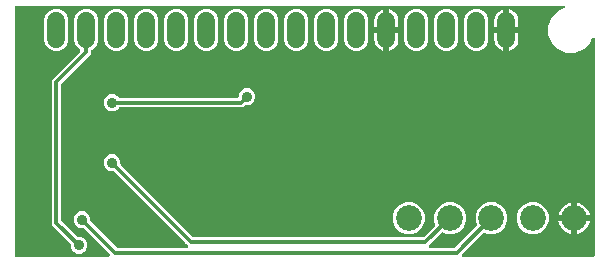
<source format=gbr>
G04 EAGLE Gerber RS-274X export*
G75*
%MOMM*%
%FSLAX34Y34*%
%LPD*%
%INBottom Copper*%
%IPPOS*%
%AMOC8*
5,1,8,0,0,1.08239X$1,22.5*%
G01*
%ADD10C,2.184400*%
%ADD11C,1.524000*%
%ADD12C,0.304800*%
%ADD13C,0.906400*%

G36*
X84924Y5478D02*
X84924Y5478D01*
X85063Y5491D01*
X85082Y5498D01*
X85102Y5501D01*
X85231Y5552D01*
X85362Y5599D01*
X85379Y5610D01*
X85398Y5618D01*
X85510Y5699D01*
X85625Y5777D01*
X85639Y5793D01*
X85655Y5804D01*
X85744Y5912D01*
X85836Y6016D01*
X85845Y6034D01*
X85858Y6049D01*
X85917Y6175D01*
X85980Y6299D01*
X85985Y6319D01*
X85994Y6337D01*
X86020Y6473D01*
X86050Y6609D01*
X86050Y6630D01*
X86053Y6649D01*
X86045Y6788D01*
X86040Y6927D01*
X86035Y6947D01*
X86034Y6967D01*
X85991Y7099D01*
X85952Y7233D01*
X85942Y7250D01*
X85936Y7269D01*
X85861Y7387D01*
X85791Y7507D01*
X85772Y7528D01*
X85765Y7538D01*
X85751Y7552D01*
X85684Y7627D01*
X63926Y29386D01*
X63848Y29446D01*
X63776Y29514D01*
X63723Y29543D01*
X63675Y29580D01*
X63584Y29620D01*
X63497Y29668D01*
X63439Y29683D01*
X63383Y29707D01*
X63285Y29722D01*
X63189Y29747D01*
X63089Y29753D01*
X63069Y29757D01*
X63057Y29755D01*
X63029Y29757D01*
X60823Y29757D01*
X58224Y30834D01*
X56234Y32824D01*
X55157Y35423D01*
X55157Y38237D01*
X56234Y40836D01*
X58224Y42826D01*
X60823Y43903D01*
X63637Y43903D01*
X66236Y42826D01*
X68226Y40836D01*
X69303Y38237D01*
X69303Y36031D01*
X69315Y35933D01*
X69318Y35834D01*
X69335Y35776D01*
X69343Y35716D01*
X69379Y35624D01*
X69407Y35529D01*
X69437Y35477D01*
X69460Y35420D01*
X69518Y35340D01*
X69568Y35255D01*
X69634Y35179D01*
X69646Y35163D01*
X69656Y35155D01*
X69674Y35134D01*
X91482Y13326D01*
X91560Y13266D01*
X91632Y13198D01*
X91685Y13169D01*
X91733Y13132D01*
X91824Y13092D01*
X91911Y13044D01*
X91969Y13029D01*
X92025Y13005D01*
X92123Y12990D01*
X92219Y12965D01*
X92319Y12959D01*
X92339Y12955D01*
X92351Y12957D01*
X92379Y12955D01*
X150953Y12955D01*
X151091Y12972D01*
X151229Y12985D01*
X151248Y12992D01*
X151268Y12995D01*
X151397Y13046D01*
X151528Y13093D01*
X151545Y13104D01*
X151564Y13112D01*
X151676Y13193D01*
X151791Y13271D01*
X151805Y13287D01*
X151821Y13298D01*
X151910Y13406D01*
X152002Y13510D01*
X152011Y13528D01*
X152024Y13543D01*
X152083Y13669D01*
X152146Y13793D01*
X152151Y13813D01*
X152160Y13831D01*
X152186Y13968D01*
X152216Y14103D01*
X152216Y14124D01*
X152219Y14143D01*
X152211Y14282D01*
X152206Y14421D01*
X152201Y14441D01*
X152200Y14461D01*
X152157Y14593D01*
X152118Y14727D01*
X152108Y14744D01*
X152102Y14763D01*
X152027Y14881D01*
X151957Y15001D01*
X151938Y15022D01*
X151931Y15032D01*
X151916Y15046D01*
X151850Y15121D01*
X150504Y16468D01*
X89326Y77646D01*
X89248Y77706D01*
X89176Y77774D01*
X89123Y77803D01*
X89075Y77840D01*
X88984Y77880D01*
X88897Y77928D01*
X88839Y77943D01*
X88783Y77967D01*
X88685Y77982D01*
X88589Y78007D01*
X88489Y78013D01*
X88469Y78017D01*
X88457Y78015D01*
X88429Y78017D01*
X86223Y78017D01*
X83624Y79094D01*
X81634Y81084D01*
X80557Y83683D01*
X80557Y86497D01*
X81634Y89096D01*
X83624Y91086D01*
X86223Y92163D01*
X89037Y92163D01*
X91636Y91086D01*
X93626Y89096D01*
X94703Y86497D01*
X94703Y84291D01*
X94715Y84193D01*
X94718Y84094D01*
X94735Y84036D01*
X94743Y83976D01*
X94779Y83884D01*
X94807Y83789D01*
X94837Y83736D01*
X94860Y83680D01*
X94918Y83600D01*
X94968Y83515D01*
X95034Y83439D01*
X95046Y83423D01*
X95056Y83415D01*
X95074Y83394D01*
X156252Y22216D01*
X156330Y22156D01*
X156402Y22088D01*
X156455Y22059D01*
X156503Y22022D01*
X156594Y21982D01*
X156681Y21934D01*
X156739Y21919D01*
X156795Y21895D01*
X156893Y21880D01*
X156989Y21855D01*
X157089Y21849D01*
X157109Y21845D01*
X157121Y21847D01*
X157149Y21845D01*
X350851Y21845D01*
X350949Y21857D01*
X351048Y21860D01*
X351106Y21877D01*
X351166Y21885D01*
X351258Y21921D01*
X351353Y21949D01*
X351405Y21979D01*
X351462Y22002D01*
X351542Y22060D01*
X351627Y22110D01*
X351703Y22176D01*
X351719Y22188D01*
X351727Y22198D01*
X351748Y22216D01*
X361189Y31657D01*
X361207Y31680D01*
X361229Y31700D01*
X361304Y31806D01*
X361384Y31908D01*
X361395Y31936D01*
X361412Y31960D01*
X361458Y32081D01*
X361510Y32200D01*
X361515Y32229D01*
X361525Y32257D01*
X361539Y32386D01*
X361560Y32514D01*
X361557Y32544D01*
X361560Y32573D01*
X361542Y32702D01*
X361530Y32831D01*
X361520Y32859D01*
X361516Y32888D01*
X361464Y33040D01*
X360477Y35422D01*
X360477Y40778D01*
X362527Y45726D01*
X366314Y49513D01*
X371262Y51563D01*
X376618Y51563D01*
X381566Y49513D01*
X385353Y45726D01*
X387403Y40778D01*
X387403Y35422D01*
X385353Y30474D01*
X381566Y26687D01*
X376618Y24637D01*
X371262Y24637D01*
X368088Y25952D01*
X368060Y25960D01*
X368034Y25973D01*
X367907Y26002D01*
X367782Y26036D01*
X367752Y26036D01*
X367723Y26043D01*
X367594Y26039D01*
X367464Y26041D01*
X367435Y26034D01*
X367405Y26033D01*
X367281Y25997D01*
X367154Y25967D01*
X367128Y25953D01*
X367100Y25945D01*
X366988Y25879D01*
X366873Y25818D01*
X366851Y25798D01*
X366826Y25783D01*
X366705Y25677D01*
X356150Y15121D01*
X356065Y15012D01*
X355976Y14905D01*
X355967Y14886D01*
X355955Y14870D01*
X355899Y14742D01*
X355840Y14617D01*
X355837Y14597D01*
X355829Y14578D01*
X355807Y14440D01*
X355781Y14304D01*
X355782Y14284D01*
X355779Y14264D01*
X355792Y14125D01*
X355800Y13987D01*
X355807Y13968D01*
X355809Y13948D01*
X355856Y13816D01*
X355898Y13685D01*
X355909Y13667D01*
X355916Y13648D01*
X355994Y13533D01*
X356069Y13416D01*
X356083Y13402D01*
X356095Y13385D01*
X356199Y13293D01*
X356300Y13198D01*
X356318Y13188D01*
X356333Y13175D01*
X356457Y13111D01*
X356579Y13044D01*
X356598Y13039D01*
X356616Y13030D01*
X356752Y13000D01*
X356887Y12965D01*
X356915Y12963D01*
X356927Y12960D01*
X356947Y12961D01*
X357047Y12955D01*
X377521Y12955D01*
X377619Y12967D01*
X377718Y12970D01*
X377776Y12987D01*
X377836Y12995D01*
X377928Y13031D01*
X378023Y13059D01*
X378075Y13089D01*
X378132Y13112D01*
X378212Y13170D01*
X378297Y13220D01*
X378373Y13286D01*
X378389Y13298D01*
X378397Y13308D01*
X378418Y13326D01*
X396353Y31261D01*
X396371Y31284D01*
X396393Y31304D01*
X396468Y31410D01*
X396548Y31512D01*
X396559Y31540D01*
X396576Y31564D01*
X396622Y31685D01*
X396674Y31804D01*
X396679Y31833D01*
X396689Y31861D01*
X396703Y31990D01*
X396724Y32118D01*
X396721Y32148D01*
X396724Y32177D01*
X396706Y32306D01*
X396694Y32435D01*
X396684Y32463D01*
X396680Y32492D01*
X396628Y32644D01*
X395477Y35422D01*
X395477Y40778D01*
X397527Y45726D01*
X401314Y49513D01*
X406262Y51563D01*
X411618Y51563D01*
X416566Y49513D01*
X420353Y45726D01*
X422403Y40778D01*
X422403Y35422D01*
X420353Y30474D01*
X416566Y26687D01*
X411618Y24637D01*
X406262Y24637D01*
X403484Y25788D01*
X403456Y25796D01*
X403430Y25809D01*
X403303Y25838D01*
X403178Y25872D01*
X403148Y25872D01*
X403119Y25879D01*
X402989Y25875D01*
X402860Y25877D01*
X402831Y25870D01*
X402801Y25869D01*
X402677Y25833D01*
X402550Y25803D01*
X402524Y25789D01*
X402496Y25781D01*
X402384Y25715D01*
X402269Y25654D01*
X402247Y25634D01*
X402222Y25619D01*
X402101Y25513D01*
X384216Y7627D01*
X384131Y7518D01*
X384042Y7411D01*
X384033Y7392D01*
X384021Y7376D01*
X383965Y7248D01*
X383906Y7123D01*
X383903Y7103D01*
X383895Y7084D01*
X383873Y6946D01*
X383847Y6810D01*
X383848Y6790D01*
X383845Y6770D01*
X383858Y6631D01*
X383866Y6493D01*
X383873Y6474D01*
X383875Y6454D01*
X383922Y6322D01*
X383964Y6191D01*
X383975Y6173D01*
X383982Y6154D01*
X384060Y6039D01*
X384135Y5922D01*
X384149Y5908D01*
X384161Y5891D01*
X384265Y5799D01*
X384366Y5704D01*
X384384Y5694D01*
X384399Y5681D01*
X384523Y5617D01*
X384645Y5550D01*
X384664Y5545D01*
X384682Y5536D01*
X384818Y5506D01*
X384953Y5471D01*
X384981Y5469D01*
X384993Y5466D01*
X385013Y5467D01*
X385113Y5461D01*
X495150Y5461D01*
X495268Y5476D01*
X495387Y5483D01*
X495425Y5496D01*
X495466Y5501D01*
X495576Y5544D01*
X495689Y5581D01*
X495724Y5603D01*
X495761Y5618D01*
X495857Y5687D01*
X495958Y5751D01*
X495986Y5781D01*
X496019Y5804D01*
X496095Y5896D01*
X496176Y5983D01*
X496196Y6018D01*
X496221Y6049D01*
X496272Y6157D01*
X496330Y6261D01*
X496340Y6301D01*
X496357Y6337D01*
X496379Y6454D01*
X496409Y6569D01*
X496413Y6629D01*
X496417Y6649D01*
X496415Y6670D01*
X496419Y6730D01*
X496419Y189810D01*
X496411Y189879D01*
X496412Y189949D01*
X496391Y190036D01*
X496379Y190125D01*
X496354Y190190D01*
X496337Y190258D01*
X496295Y190337D01*
X496262Y190421D01*
X496221Y190477D01*
X496189Y190539D01*
X496128Y190606D01*
X496076Y190678D01*
X496022Y190723D01*
X495975Y190774D01*
X495900Y190824D01*
X495831Y190881D01*
X495767Y190911D01*
X495709Y190949D01*
X495624Y190978D01*
X495543Y191017D01*
X495474Y191030D01*
X495408Y191052D01*
X495319Y191059D01*
X495231Y191076D01*
X495161Y191072D01*
X495091Y191078D01*
X495003Y191062D01*
X494913Y191057D01*
X494847Y191035D01*
X494778Y191023D01*
X494696Y190986D01*
X494611Y190959D01*
X494552Y190921D01*
X494488Y190893D01*
X494418Y190837D01*
X494342Y190788D01*
X494294Y190738D01*
X494240Y190694D01*
X494185Y190622D01*
X494124Y190557D01*
X494090Y190496D01*
X494048Y190440D01*
X493977Y190295D01*
X492426Y186550D01*
X487058Y181182D01*
X480045Y178277D01*
X472455Y178277D01*
X465442Y181182D01*
X460074Y186550D01*
X457169Y193563D01*
X457169Y201153D01*
X460074Y208166D01*
X465442Y213534D01*
X470472Y215617D01*
X470532Y215652D01*
X470597Y215678D01*
X470670Y215730D01*
X470748Y215775D01*
X470798Y215823D01*
X470855Y215864D01*
X470912Y215934D01*
X470976Y215996D01*
X471013Y216056D01*
X471057Y216109D01*
X471096Y216191D01*
X471143Y216267D01*
X471163Y216334D01*
X471193Y216397D01*
X471210Y216485D01*
X471236Y216571D01*
X471240Y216641D01*
X471253Y216710D01*
X471247Y216799D01*
X471251Y216889D01*
X471237Y216957D01*
X471233Y217027D01*
X471205Y217112D01*
X471187Y217200D01*
X471156Y217263D01*
X471135Y217329D01*
X471087Y217405D01*
X471047Y217486D01*
X471002Y217539D01*
X470965Y217598D01*
X470899Y217660D01*
X470841Y217728D01*
X470784Y217768D01*
X470733Y217816D01*
X470655Y217859D01*
X470581Y217911D01*
X470516Y217936D01*
X470455Y217970D01*
X470368Y217992D01*
X470284Y218024D01*
X470214Y218032D01*
X470147Y218049D01*
X469986Y218059D01*
X6400Y218059D01*
X6282Y218044D01*
X6163Y218037D01*
X6125Y218024D01*
X6084Y218019D01*
X5974Y217976D01*
X5861Y217939D01*
X5826Y217917D01*
X5789Y217902D01*
X5693Y217833D01*
X5592Y217769D01*
X5564Y217739D01*
X5531Y217716D01*
X5455Y217624D01*
X5374Y217537D01*
X5354Y217502D01*
X5329Y217471D01*
X5278Y217363D01*
X5220Y217259D01*
X5210Y217219D01*
X5193Y217183D01*
X5171Y217066D01*
X5141Y216951D01*
X5137Y216891D01*
X5133Y216871D01*
X5135Y216850D01*
X5131Y216790D01*
X5131Y6730D01*
X5146Y6612D01*
X5153Y6493D01*
X5166Y6455D01*
X5171Y6414D01*
X5214Y6304D01*
X5251Y6191D01*
X5273Y6156D01*
X5288Y6119D01*
X5357Y6023D01*
X5421Y5922D01*
X5451Y5894D01*
X5474Y5861D01*
X5566Y5785D01*
X5653Y5704D01*
X5688Y5684D01*
X5719Y5659D01*
X5827Y5608D01*
X5931Y5550D01*
X5971Y5540D01*
X6007Y5523D01*
X6124Y5501D01*
X6239Y5471D01*
X6299Y5467D01*
X6319Y5463D01*
X6340Y5465D01*
X6400Y5461D01*
X84787Y5461D01*
X84924Y5478D01*
G37*
%LPC*%
G36*
X58283Y8167D02*
X58283Y8167D01*
X55684Y9244D01*
X53694Y11234D01*
X52617Y13833D01*
X52617Y16039D01*
X52605Y16137D01*
X52602Y16236D01*
X52585Y16294D01*
X52577Y16354D01*
X52541Y16446D01*
X52513Y16541D01*
X52483Y16594D01*
X52460Y16650D01*
X52402Y16730D01*
X52352Y16815D01*
X52286Y16891D01*
X52274Y16907D01*
X52264Y16915D01*
X52246Y16936D01*
X39328Y29854D01*
X36575Y32606D01*
X36575Y155354D01*
X60418Y179196D01*
X60491Y179290D01*
X60569Y179379D01*
X60588Y179415D01*
X60613Y179447D01*
X60660Y179557D01*
X60714Y179662D01*
X60723Y179702D01*
X60739Y179739D01*
X60758Y179857D01*
X60784Y179973D01*
X60782Y180013D01*
X60789Y180053D01*
X60778Y180172D01*
X60774Y180291D01*
X60763Y180330D01*
X60759Y180370D01*
X60719Y180482D01*
X60686Y180596D01*
X60665Y180631D01*
X60651Y180669D01*
X60584Y180768D01*
X60524Y180870D01*
X60484Y180915D01*
X60473Y180932D01*
X60458Y180946D01*
X60418Y180991D01*
X57426Y183982D01*
X55879Y187717D01*
X55879Y206999D01*
X57426Y210734D01*
X60284Y213592D01*
X64019Y215139D01*
X68061Y215139D01*
X71796Y213592D01*
X74654Y210734D01*
X76201Y206999D01*
X76201Y187717D01*
X74654Y183982D01*
X71796Y181124D01*
X70888Y180748D01*
X70863Y180734D01*
X70835Y180725D01*
X70725Y180655D01*
X70612Y180591D01*
X70591Y180570D01*
X70566Y180554D01*
X70477Y180460D01*
X70384Y180369D01*
X70368Y180344D01*
X70348Y180323D01*
X70285Y180209D01*
X70217Y180098D01*
X70209Y180070D01*
X70194Y180044D01*
X70162Y179919D01*
X70124Y179794D01*
X70122Y179765D01*
X70115Y179736D01*
X70105Y179576D01*
X70105Y177386D01*
X45076Y152358D01*
X45016Y152280D01*
X44948Y152208D01*
X44919Y152155D01*
X44882Y152107D01*
X44842Y152016D01*
X44794Y151929D01*
X44779Y151871D01*
X44755Y151815D01*
X44740Y151717D01*
X44715Y151621D01*
X44709Y151521D01*
X44705Y151501D01*
X44707Y151489D01*
X44705Y151461D01*
X44705Y36499D01*
X44717Y36401D01*
X44720Y36302D01*
X44737Y36244D01*
X44745Y36184D01*
X44781Y36092D01*
X44809Y35997D01*
X44839Y35944D01*
X44862Y35888D01*
X44920Y35808D01*
X44970Y35723D01*
X45036Y35647D01*
X45048Y35631D01*
X45058Y35623D01*
X45076Y35602D01*
X57994Y22684D01*
X58072Y22624D01*
X58144Y22556D01*
X58197Y22527D01*
X58245Y22490D01*
X58336Y22450D01*
X58423Y22402D01*
X58481Y22387D01*
X58537Y22363D01*
X58635Y22348D01*
X58731Y22323D01*
X58831Y22317D01*
X58851Y22313D01*
X58863Y22315D01*
X58891Y22313D01*
X61097Y22313D01*
X63696Y21236D01*
X65686Y19246D01*
X66763Y16647D01*
X66763Y13833D01*
X65686Y11234D01*
X63696Y9244D01*
X61097Y8167D01*
X58283Y8167D01*
G37*
%LPD*%
%LPC*%
G36*
X86223Y128817D02*
X86223Y128817D01*
X83624Y129894D01*
X81634Y131884D01*
X80557Y134483D01*
X80557Y137297D01*
X81634Y139896D01*
X83624Y141886D01*
X86223Y142963D01*
X89037Y142963D01*
X91636Y141886D01*
X93196Y140326D01*
X93274Y140266D01*
X93346Y140198D01*
X93399Y140169D01*
X93447Y140132D01*
X93538Y140092D01*
X93625Y140044D01*
X93683Y140029D01*
X93739Y140005D01*
X93837Y139990D01*
X93933Y139965D01*
X94033Y139959D01*
X94053Y139955D01*
X94065Y139957D01*
X94093Y139955D01*
X193588Y139955D01*
X193706Y139970D01*
X193825Y139977D01*
X193863Y139990D01*
X193904Y139995D01*
X194014Y140038D01*
X194127Y140075D01*
X194162Y140097D01*
X194199Y140112D01*
X194295Y140181D01*
X194396Y140245D01*
X194424Y140275D01*
X194457Y140298D01*
X194533Y140390D01*
X194614Y140477D01*
X194634Y140512D01*
X194659Y140543D01*
X194710Y140651D01*
X194768Y140755D01*
X194778Y140795D01*
X194795Y140831D01*
X194817Y140948D01*
X194847Y141063D01*
X194851Y141123D01*
X194855Y141143D01*
X194853Y141164D01*
X194857Y141224D01*
X194857Y142377D01*
X195934Y144976D01*
X197924Y146966D01*
X200523Y148043D01*
X203337Y148043D01*
X205936Y146966D01*
X207926Y144976D01*
X209003Y142377D01*
X209003Y139563D01*
X207926Y136964D01*
X205936Y134974D01*
X203337Y133897D01*
X201131Y133897D01*
X201033Y133885D01*
X200934Y133882D01*
X200876Y133865D01*
X200816Y133857D01*
X200724Y133821D01*
X200629Y133793D01*
X200577Y133763D01*
X200520Y133740D01*
X200440Y133682D01*
X200355Y133632D01*
X200279Y133566D01*
X200263Y133554D01*
X200255Y133544D01*
X200234Y133526D01*
X198534Y131825D01*
X94093Y131825D01*
X93995Y131813D01*
X93896Y131810D01*
X93838Y131793D01*
X93778Y131785D01*
X93686Y131749D01*
X93591Y131721D01*
X93538Y131691D01*
X93482Y131668D01*
X93402Y131610D01*
X93317Y131560D01*
X93241Y131494D01*
X93225Y131482D01*
X93217Y131472D01*
X93196Y131454D01*
X91636Y129894D01*
X89037Y128817D01*
X86223Y128817D01*
G37*
%LPD*%
%LPC*%
G36*
X368819Y179577D02*
X368819Y179577D01*
X365084Y181124D01*
X362226Y183982D01*
X360679Y187717D01*
X360679Y206999D01*
X362226Y210734D01*
X365084Y213592D01*
X368819Y215139D01*
X372861Y215139D01*
X376596Y213592D01*
X379454Y210734D01*
X381001Y206999D01*
X381001Y187717D01*
X379454Y183982D01*
X376596Y181124D01*
X372861Y179577D01*
X368819Y179577D01*
G37*
%LPD*%
%LPC*%
G36*
X191019Y179577D02*
X191019Y179577D01*
X187284Y181124D01*
X184426Y183982D01*
X182879Y187717D01*
X182879Y206999D01*
X184426Y210734D01*
X187284Y213592D01*
X191019Y215139D01*
X195061Y215139D01*
X198796Y213592D01*
X201654Y210734D01*
X203201Y206999D01*
X203201Y187717D01*
X201654Y183982D01*
X198796Y181124D01*
X195061Y179577D01*
X191019Y179577D01*
G37*
%LPD*%
%LPC*%
G36*
X216419Y179577D02*
X216419Y179577D01*
X212684Y181124D01*
X209826Y183982D01*
X208279Y187717D01*
X208279Y206999D01*
X209826Y210734D01*
X212684Y213592D01*
X216419Y215139D01*
X220461Y215139D01*
X224196Y213592D01*
X227054Y210734D01*
X228601Y206999D01*
X228601Y187717D01*
X227054Y183982D01*
X224196Y181124D01*
X220461Y179577D01*
X216419Y179577D01*
G37*
%LPD*%
%LPC*%
G36*
X241819Y179577D02*
X241819Y179577D01*
X238084Y181124D01*
X235226Y183982D01*
X233679Y187717D01*
X233679Y206999D01*
X235226Y210734D01*
X238084Y213592D01*
X241819Y215139D01*
X245861Y215139D01*
X249596Y213592D01*
X252454Y210734D01*
X254001Y206999D01*
X254001Y187717D01*
X252454Y183982D01*
X249596Y181124D01*
X245861Y179577D01*
X241819Y179577D01*
G37*
%LPD*%
%LPC*%
G36*
X267219Y179577D02*
X267219Y179577D01*
X263484Y181124D01*
X260626Y183982D01*
X259079Y187717D01*
X259079Y206999D01*
X260626Y210734D01*
X263484Y213592D01*
X267219Y215139D01*
X271261Y215139D01*
X274996Y213592D01*
X277854Y210734D01*
X279401Y206999D01*
X279401Y187717D01*
X277854Y183982D01*
X274996Y181124D01*
X271261Y179577D01*
X267219Y179577D01*
G37*
%LPD*%
%LPC*%
G36*
X292619Y179577D02*
X292619Y179577D01*
X288884Y181124D01*
X286026Y183982D01*
X284479Y187717D01*
X284479Y206999D01*
X286026Y210734D01*
X288884Y213592D01*
X292619Y215139D01*
X296661Y215139D01*
X300396Y213592D01*
X303254Y210734D01*
X304801Y206999D01*
X304801Y187717D01*
X303254Y183982D01*
X300396Y181124D01*
X296661Y179577D01*
X292619Y179577D01*
G37*
%LPD*%
%LPC*%
G36*
X165619Y179577D02*
X165619Y179577D01*
X161884Y181124D01*
X159026Y183982D01*
X157479Y187717D01*
X157479Y206999D01*
X159026Y210734D01*
X161884Y213592D01*
X165619Y215139D01*
X169661Y215139D01*
X173396Y213592D01*
X176254Y210734D01*
X177801Y206999D01*
X177801Y187717D01*
X176254Y183982D01*
X173396Y181124D01*
X169661Y179577D01*
X165619Y179577D01*
G37*
%LPD*%
%LPC*%
G36*
X38619Y179577D02*
X38619Y179577D01*
X34884Y181124D01*
X32026Y183982D01*
X30479Y187717D01*
X30479Y206999D01*
X32026Y210734D01*
X34884Y213592D01*
X38619Y215139D01*
X42661Y215139D01*
X46396Y213592D01*
X49254Y210734D01*
X50801Y206999D01*
X50801Y187717D01*
X49254Y183982D01*
X46396Y181124D01*
X42661Y179577D01*
X38619Y179577D01*
G37*
%LPD*%
%LPC*%
G36*
X343419Y179577D02*
X343419Y179577D01*
X339684Y181124D01*
X336826Y183982D01*
X335279Y187717D01*
X335279Y206999D01*
X336826Y210734D01*
X339684Y213592D01*
X343419Y215139D01*
X347461Y215139D01*
X351196Y213592D01*
X354054Y210734D01*
X355601Y206999D01*
X355601Y187717D01*
X354054Y183982D01*
X351196Y181124D01*
X347461Y179577D01*
X343419Y179577D01*
G37*
%LPD*%
%LPC*%
G36*
X89419Y179577D02*
X89419Y179577D01*
X85684Y181124D01*
X82826Y183982D01*
X81279Y187717D01*
X81279Y206999D01*
X82826Y210734D01*
X85684Y213592D01*
X89419Y215139D01*
X93461Y215139D01*
X97196Y213592D01*
X100054Y210734D01*
X101601Y206999D01*
X101601Y187717D01*
X100054Y183982D01*
X97196Y181124D01*
X93461Y179577D01*
X89419Y179577D01*
G37*
%LPD*%
%LPC*%
G36*
X114819Y179577D02*
X114819Y179577D01*
X111084Y181124D01*
X108226Y183982D01*
X106679Y187717D01*
X106679Y206999D01*
X108226Y210734D01*
X111084Y213592D01*
X114819Y215139D01*
X118861Y215139D01*
X122596Y213592D01*
X125454Y210734D01*
X127001Y206999D01*
X127001Y187717D01*
X125454Y183982D01*
X122596Y181124D01*
X118861Y179577D01*
X114819Y179577D01*
G37*
%LPD*%
%LPC*%
G36*
X140219Y179577D02*
X140219Y179577D01*
X136484Y181124D01*
X133626Y183982D01*
X132079Y187717D01*
X132079Y206999D01*
X133626Y210734D01*
X136484Y213592D01*
X140219Y215139D01*
X144261Y215139D01*
X147996Y213592D01*
X150854Y210734D01*
X152401Y206999D01*
X152401Y187717D01*
X150854Y183982D01*
X147996Y181124D01*
X144261Y179577D01*
X140219Y179577D01*
G37*
%LPD*%
%LPC*%
G36*
X394219Y179577D02*
X394219Y179577D01*
X390484Y181124D01*
X387626Y183982D01*
X386079Y187717D01*
X386079Y206999D01*
X387626Y210734D01*
X390484Y213592D01*
X394219Y215139D01*
X398261Y215139D01*
X401996Y213592D01*
X404854Y210734D01*
X406401Y206999D01*
X406401Y187717D01*
X404854Y183982D01*
X401996Y181124D01*
X398261Y179577D01*
X394219Y179577D01*
G37*
%LPD*%
%LPC*%
G36*
X441262Y24637D02*
X441262Y24637D01*
X436314Y26687D01*
X432527Y30474D01*
X430477Y35422D01*
X430477Y40778D01*
X432527Y45726D01*
X436314Y49513D01*
X441262Y51563D01*
X446618Y51563D01*
X451566Y49513D01*
X455353Y45726D01*
X457403Y40778D01*
X457403Y35422D01*
X455353Y30474D01*
X451566Y26687D01*
X446618Y24637D01*
X441262Y24637D01*
G37*
%LPD*%
%LPC*%
G36*
X336262Y24637D02*
X336262Y24637D01*
X331314Y26687D01*
X327527Y30474D01*
X325477Y35422D01*
X325477Y40778D01*
X327527Y45726D01*
X331314Y49513D01*
X336262Y51563D01*
X341618Y51563D01*
X346566Y49513D01*
X350353Y45726D01*
X352403Y40778D01*
X352403Y35422D01*
X350353Y30474D01*
X346566Y26687D01*
X341618Y24637D01*
X336262Y24637D01*
G37*
%LPD*%
%LPC*%
G36*
X322579Y199897D02*
X322579Y199897D01*
X322579Y214837D01*
X323940Y214394D01*
X325365Y213668D01*
X326659Y212728D01*
X327790Y211597D01*
X328730Y210303D01*
X329456Y208878D01*
X329951Y207357D01*
X330201Y205778D01*
X330201Y199897D01*
X322579Y199897D01*
G37*
%LPD*%
%LPC*%
G36*
X424179Y199897D02*
X424179Y199897D01*
X424179Y214837D01*
X425540Y214394D01*
X426965Y213668D01*
X428259Y212728D01*
X429390Y211597D01*
X430330Y210303D01*
X431056Y208878D01*
X431551Y207357D01*
X431801Y205778D01*
X431801Y199897D01*
X424179Y199897D01*
G37*
%LPD*%
%LPC*%
G36*
X424179Y194819D02*
X424179Y194819D01*
X431801Y194819D01*
X431801Y188938D01*
X431551Y187359D01*
X431056Y185838D01*
X430330Y184413D01*
X429390Y183119D01*
X428259Y181988D01*
X426965Y181048D01*
X425540Y180322D01*
X424179Y179879D01*
X424179Y194819D01*
G37*
%LPD*%
%LPC*%
G36*
X322579Y194819D02*
X322579Y194819D01*
X330201Y194819D01*
X330201Y188938D01*
X329951Y187359D01*
X329456Y185838D01*
X328730Y184413D01*
X327790Y183119D01*
X326659Y181988D01*
X325365Y181048D01*
X323940Y180322D01*
X322579Y179879D01*
X322579Y194819D01*
G37*
%LPD*%
%LPC*%
G36*
X309879Y199897D02*
X309879Y199897D01*
X309879Y205778D01*
X310129Y207357D01*
X310624Y208878D01*
X311350Y210303D01*
X312290Y211597D01*
X313421Y212728D01*
X314715Y213668D01*
X316140Y214394D01*
X317501Y214837D01*
X317501Y199897D01*
X309879Y199897D01*
G37*
%LPD*%
%LPC*%
G36*
X411479Y199897D02*
X411479Y199897D01*
X411479Y205778D01*
X411729Y207357D01*
X412224Y208878D01*
X412950Y210303D01*
X413890Y211597D01*
X415021Y212728D01*
X416315Y213668D01*
X417740Y214394D01*
X419101Y214837D01*
X419101Y199897D01*
X411479Y199897D01*
G37*
%LPD*%
%LPC*%
G36*
X417740Y180322D02*
X417740Y180322D01*
X416315Y181048D01*
X415021Y181988D01*
X413890Y183119D01*
X412950Y184413D01*
X412224Y185838D01*
X411729Y187359D01*
X411479Y188938D01*
X411479Y194819D01*
X419101Y194819D01*
X419101Y179879D01*
X417740Y180322D01*
G37*
%LPD*%
%LPC*%
G36*
X316140Y180322D02*
X316140Y180322D01*
X314715Y181048D01*
X313421Y181988D01*
X312290Y183119D01*
X311350Y184413D01*
X310624Y185838D01*
X310129Y187359D01*
X309879Y188938D01*
X309879Y194819D01*
X317501Y194819D01*
X317501Y179879D01*
X316140Y180322D01*
G37*
%LPD*%
%LPC*%
G36*
X481439Y40599D02*
X481439Y40599D01*
X481439Y51335D01*
X482093Y51231D01*
X484108Y50576D01*
X485996Y49614D01*
X487710Y48369D01*
X489209Y46870D01*
X490454Y45156D01*
X491416Y43268D01*
X492071Y41253D01*
X492175Y40599D01*
X481439Y40599D01*
G37*
%LPD*%
%LPC*%
G36*
X481439Y35601D02*
X481439Y35601D01*
X492175Y35601D01*
X492071Y34947D01*
X491416Y32932D01*
X490454Y31044D01*
X489209Y29330D01*
X487710Y27831D01*
X485996Y26586D01*
X484108Y25624D01*
X482093Y24969D01*
X481439Y24865D01*
X481439Y35601D01*
G37*
%LPD*%
%LPC*%
G36*
X465705Y40599D02*
X465705Y40599D01*
X465809Y41253D01*
X466464Y43268D01*
X467426Y45156D01*
X468671Y46870D01*
X470170Y48369D01*
X471884Y49614D01*
X473772Y50576D01*
X475787Y51231D01*
X476441Y51335D01*
X476441Y40599D01*
X465705Y40599D01*
G37*
%LPD*%
%LPC*%
G36*
X475787Y24969D02*
X475787Y24969D01*
X473772Y25624D01*
X471884Y26586D01*
X470170Y27831D01*
X468671Y29330D01*
X467426Y31044D01*
X466464Y32932D01*
X465809Y34947D01*
X465705Y35601D01*
X476441Y35601D01*
X476441Y24865D01*
X475787Y24969D01*
G37*
%LPD*%
%LPC*%
G36*
X421639Y197357D02*
X421639Y197357D01*
X421639Y197359D01*
X421641Y197359D01*
X421641Y197357D01*
X421639Y197357D01*
G37*
%LPD*%
%LPC*%
G36*
X320039Y197357D02*
X320039Y197357D01*
X320039Y197359D01*
X320041Y197359D01*
X320041Y197357D01*
X320039Y197357D01*
G37*
%LPD*%
D10*
X408940Y38100D03*
X373940Y38100D03*
X443940Y38100D03*
X478940Y38100D03*
X338940Y38100D03*
D11*
X421640Y189738D02*
X421640Y204978D01*
X396240Y204978D02*
X396240Y189738D01*
X370840Y189738D02*
X370840Y204978D01*
X345440Y204978D02*
X345440Y189738D01*
X320040Y189738D02*
X320040Y204978D01*
X294640Y204978D02*
X294640Y189738D01*
X269240Y189738D02*
X269240Y204978D01*
X243840Y204978D02*
X243840Y189738D01*
X218440Y189738D02*
X218440Y204978D01*
X193040Y204978D02*
X193040Y189738D01*
X167640Y189738D02*
X167640Y204978D01*
X142240Y204978D02*
X142240Y189738D01*
X116840Y189738D02*
X116840Y204978D01*
X91440Y204978D02*
X91440Y189738D01*
X66040Y189738D02*
X66040Y204978D01*
X40640Y204978D02*
X40640Y189738D01*
D12*
X40640Y34290D02*
X59690Y15240D01*
X40640Y34290D02*
X40640Y153670D01*
X66040Y179070D01*
X66040Y197358D01*
D13*
X59690Y15240D03*
X213360Y149860D03*
X57150Y152400D03*
X227330Y50800D03*
X328930Y59690D03*
D12*
X196850Y135890D02*
X87630Y135890D01*
X196850Y135890D02*
X201930Y140970D01*
D13*
X201930Y140970D03*
X87630Y135890D03*
D12*
X62230Y36830D02*
X90170Y8890D01*
X379730Y8890D01*
X408940Y38100D01*
D13*
X62230Y36830D03*
D12*
X87630Y85090D02*
X154940Y17780D01*
X353060Y17780D01*
X373940Y39370D02*
X374650Y39370D01*
X373940Y39370D02*
X373940Y38100D01*
X374650Y39370D02*
X353060Y17780D01*
D13*
X87630Y85090D03*
M02*

</source>
